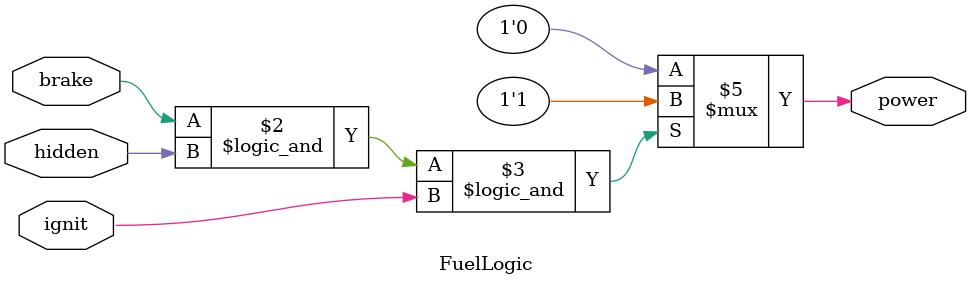
<source format=v>
`timescale 1ns / 1ps
module FuelLogic(
    input brake,
    input hidden,
    input ignit,
    output reg power
    );

	always @(*) begin
		
		if (brake && hidden && ignit)
			power<=1;
		else
			power<=0;		
		
	/*	if (~ignit) 
			power<=0;
		else if (brake && hidden)
			power<=1;
		else
			power<=0;
*/
	end

endmodule

</source>
